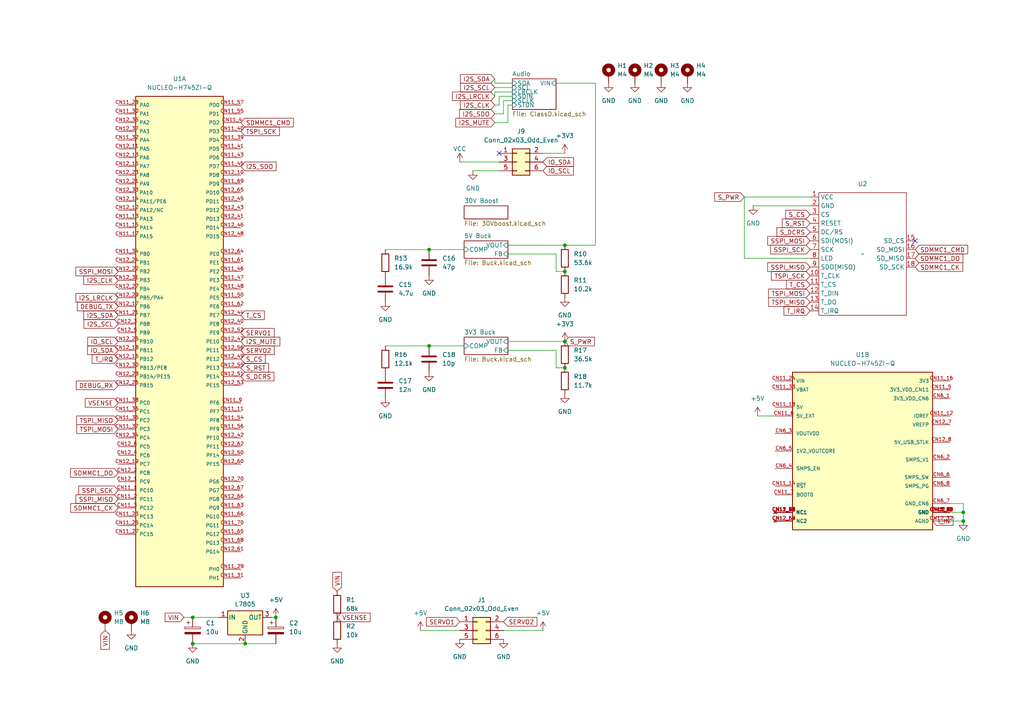
<source format=kicad_sch>
(kicad_sch (version 20230121) (generator eeschema)
  (paper "A4")
  (lib_symbols
    (symbol "Connector_Generic:Conn_02x03_Odd_Even" (pin_names (offset 1.016) hide)
      (property "Reference" "J" (at 1.27 5.08 0))
      (property "Value" "Conn_02x03_Odd_Even" (at 1.27 -5.08 0))
      (symbol "Conn_02x03_Odd_Even_1_1"
        (rectangle (start -1.27 -2.413) (end 0 -2.667) (stroke (width 0.1524)))
        (rectangle (start -1.27 0.127) (end 0 -0.127) (stroke (width 0.1524)))
        (rectangle (start -1.27 2.667) (end 0 2.413) (stroke (width 0.1524)))
        (rectangle (start -1.27 3.81) (end 3.81 -3.81) (stroke (width 0.254)) (fill (type background)))
        (rectangle (start 3.81 -2.413) (end 2.54 -2.667) (stroke (width 0.1524)))
        (rectangle (start 3.81 0.127) (end 2.54 -0.127) (stroke (width 0.1524)))
        (rectangle (start 3.81 2.667) (end 2.54 2.413) (stroke (width 0.1524)))
        (pin passive line (at -5.08 2.54 0) (length 3.81) (name "Pin_1") (number "1"))
        (pin passive line (at 7.62 2.54 180) (length 3.81) (name "Pin_2") (number "2"))
        (pin passive line (at -5.08 0 0) (length 3.81) (name "Pin_3") (number "3"))
        (pin passive line (at 7.62 0 180) (length 3.81) (name "Pin_4") (number "4"))
        (pin passive line (at -5.08 -2.54 0) (length 3.81) (name "Pin_5") (number "5"))
        (pin passive line (at 7.62 -2.54 180) (length 3.81) (name "Pin_6") (number "6"))
      )
    )
    (symbol "Device:C" (pin_numbers hide) (pin_names (offset 0.254))
      (property "Reference" "C" (at 0.635 2.54 0))
      (property "Value" "C" (at 0.635 -2.54 0))
      (symbol "C_0_1"
        (polyline (pts (xy -2.032 -0.762) (xy 2.032 -0.762)) (stroke (width 0.508)))
        (polyline (pts (xy -2.032 0.762) (xy 2.032 0.762)) (stroke (width 0.508)))
      )
      (symbol "C_1_1"
        (pin passive line (at 0 3.81 270) (length 2.794) (name "~") (number "1"))
        (pin passive line (at 0 -3.81 90) (length 2.794) (name "~") (number "2"))
      )
    )
    (symbol "Device:C_Polarized" (pin_numbers hide) (pin_names (offset 0.254))
      (property "Reference" "C" (at 0.635 2.54 0))
      (property "Value" "C_Polarized" (at 0.635 -2.54 0))
      (symbol "C_Polarized_0_1"
        (rectangle (start -2.286 0.508) (end 2.286 1.016))
        (polyline (pts (xy -1.778 2.286) (xy -0.762 2.286)))
        (polyline (pts (xy -1.27 2.794) (xy -1.27 1.778)))
        (rectangle (start 2.286 -0.508) (end -2.286 -1.016) (fill (type outline)))
      )
      (symbol "C_Polarized_1_1"
        (pin passive line (at 0 3.81 270) (length 2.794) (name "~") (number "1"))
        (pin passive line (at 0 -3.81 90) (length 2.794) (name "~") (number "2"))
      )
    )
    (symbol "Device:R" (pin_numbers hide) (pin_names (offset 0))
      (property "Reference" "R" (at 2.032 0 90))
      (property "Value" "R" (at 0 0 90))
      (symbol "R_0_1"
        (rectangle (start -1.016 -2.54) (end 1.016 2.54) (stroke (width 0.254)))
      )
      (symbol "R_1_1"
        (pin passive line (at 0 3.81 270) (length 1.27) (name "~") (number "1"))
        (pin passive line (at 0 -3.81 90) (length 1.27) (name "~") (number "2"))
      )
    )
    (symbol "Mechanical:MountingHole_Pad" (pin_numbers hide) (pin_names (offset 1.016) hide)
      (property "Reference" "H" (at 0 6.35 0))
      (property "Value" "MountingHole_Pad" (at 0 4.445 0))
      (symbol "MountingHole_Pad_0_1"
        (circle (center 0 1.27) (radius 1.27) (stroke (width 1.27)))
      )
      (symbol "MountingHole_Pad_1_1"
        (pin input line (at 0 -2.54 90) (length 2.54) (name "1") (number "1"))
      )
    )
    (symbol "NUCLEO-H745ZI-Q:NUCLEO-H745ZI-Q" (pin_names (offset 1.016))
      (property "Reference" "U" (at -12.7 71.882 0))
      (property "Value" "NUCLEO-H745ZI-Q" (at -12.7 -73.66 0))
      (symbol "NUCLEO-H745ZI-Q_1_0"
        (rectangle (start -12.7 -71.12) (end 12.7 71.12) (stroke (width 0.254)) (fill (type background)))
        (pin bidirectional line (at -17.78 -43.18 0) (length 5.08) (name "PC10") (number "CN11_1"))
        (pin bidirectional line (at 17.78 -20.32 180) (length 5.08) (name "PF7") (number "CN11_11"))
        (pin bidirectional line (at -17.78 35.56 0) (length 5.08) (name "PA13") (number "CN11_13"))
        (pin bidirectional line (at -17.78 33.02 0) (length 5.08) (name "PA14") (number "CN11_15"))
        (pin bidirectional line (at -17.78 30.48 0) (length 5.08) (name "PA15") (number "CN11_17"))
        (pin bidirectional line (at -17.78 -45.72 0) (length 5.08) (name "PC11") (number "CN11_2"))
        (pin bidirectional line (at -17.78 7.62 0) (length 5.08) (name "PB7") (number "CN11_21"))
        (pin bidirectional line (at -17.78 -50.8 0) (length 5.08) (name "PC13") (number "CN11_23"))
        (pin bidirectional line (at -17.78 -53.34 0) (length 5.08) (name "PC14") (number "CN11_25"))
        (pin bidirectional line (at -17.78 -55.88 0) (length 5.08) (name "PC15") (number "CN11_27"))
        (pin bidirectional line (at -17.78 68.58 0) (length 5.08) (name "PA0") (number "CN11_28"))
        (pin bidirectional line (at 17.78 -66.04 180) (length 5.08) (name "PH0") (number "CN11_29"))
        (pin bidirectional line (at -17.78 -48.26 0) (length 5.08) (name "PC12") (number "CN11_3"))
        (pin bidirectional line (at -17.78 66.04 0) (length 5.08) (name "PA1") (number "CN11_30"))
        (pin bidirectional line (at 17.78 -68.58 180) (length 5.08) (name "PH1") (number "CN11_31"))
        (pin bidirectional line (at -17.78 58.42 0) (length 5.08) (name "PA4") (number "CN11_32"))
        (pin bidirectional line (at -17.78 25.4 0) (length 5.08) (name "PB0") (number "CN11_34"))
        (pin bidirectional line (at -17.78 -22.86 0) (length 5.08) (name "PC2") (number "CN11_35"))
        (pin bidirectional line (at -17.78 -20.32 0) (length 5.08) (name "PC1") (number "CN11_36"))
        (pin bidirectional line (at -17.78 -25.4 0) (length 5.08) (name "PC3") (number "CN11_37"))
        (pin bidirectional line (at -17.78 -17.78 0) (length 5.08) (name "PC0") (number "CN11_38"))
        (pin bidirectional line (at 17.78 58.42 180) (length 5.08) (name "PD4") (number "CN11_39"))
        (pin bidirectional line (at 17.78 63.5 180) (length 5.08) (name "PD2") (number "CN11_4"))
        (pin bidirectional line (at 17.78 60.96 180) (length 5.08) (name "PD3") (number "CN11_40"))
        (pin bidirectional line (at 17.78 55.88 180) (length 5.08) (name "PD5") (number "CN11_41"))
        (pin bidirectional line (at 17.78 53.34 180) (length 5.08) (name "PD6") (number "CN11_43"))
        (pin bidirectional line (at 17.78 50.8 180) (length 5.08) (name "PD7") (number "CN11_45"))
        (pin bidirectional line (at 17.78 20.32 180) (length 5.08) (name "PE2") (number "CN11_46"))
        (pin bidirectional line (at 17.78 17.78 180) (length 5.08) (name "PE3") (number "CN11_47"))
        (pin bidirectional line (at 17.78 15.24 180) (length 5.08) (name "PE4") (number "CN11_48"))
        (pin bidirectional line (at 17.78 12.7 180) (length 5.08) (name "PE5") (number "CN11_50"))
        (pin bidirectional line (at 17.78 -22.86 180) (length 5.08) (name "PF8") (number "CN11_54"))
        (pin bidirectional line (at 17.78 66.04 180) (length 5.08) (name "PD1") (number "CN11_55"))
        (pin bidirectional line (at 17.78 -25.4 180) (length 5.08) (name "PF9") (number "CN11_56"))
        (pin bidirectional line (at 17.78 68.58 180) (length 5.08) (name "PD0") (number "CN11_57"))
        (pin bidirectional line (at 17.78 22.86 180) (length 5.08) (name "PE1") (number "CN11_61"))
        (pin bidirectional line (at 17.78 10.16 180) (length 5.08) (name "PE6") (number "CN11_62"))
        (pin bidirectional line (at 17.78 -48.26 180) (length 5.08) (name "PG9") (number "CN11_63"))
        (pin bidirectional line (at 17.78 -55.88 180) (length 5.08) (name "PG12") (number "CN11_65"))
        (pin bidirectional line (at 17.78 -50.8 180) (length 5.08) (name "PG10") (number "CN11_66"))
        (pin bidirectional line (at 17.78 -58.42 180) (length 5.08) (name "PG13") (number "CN11_68"))
        (pin bidirectional line (at 17.78 45.72 180) (length 5.08) (name "PD9") (number "CN11_69"))
        (pin bidirectional line (at 17.78 -53.34 180) (length 5.08) (name "PG11") (number "CN11_70"))
        (pin bidirectional line (at 17.78 -17.78 180) (length 5.08) (name "PF6") (number "CN11_9"))
        (pin bidirectional line (at -17.78 -40.64 0) (length 5.08) (name "PC9") (number "CN12_1"))
        (pin bidirectional line (at 17.78 48.26 180) (length 5.08) (name "PD8") (number "CN12_10"))
        (pin bidirectional line (at -17.78 55.88 0) (length 5.08) (name "PA5") (number "CN12_11"))
        (pin bidirectional line (at -17.78 38.1 0) (length 5.08) (name "PA12/NC") (number "CN12_12"))
        (pin bidirectional line (at -17.78 53.34 0) (length 5.08) (name "PA6") (number "CN12_13"))
        (pin bidirectional line (at -17.78 40.64 0) (length 5.08) (name "PA11/PE6") (number "CN12_14"))
        (pin bidirectional line (at -17.78 50.8 0) (length 5.08) (name "PA7") (number "CN12_15"))
        (pin bidirectional line (at -17.78 -5.08 0) (length 5.08) (name "PB12") (number "CN12_16"))
        (pin bidirectional line (at -17.78 10.16 0) (length 5.08) (name "PB6") (number "CN12_17"))
        (pin bidirectional line (at -17.78 -2.54 0) (length 5.08) (name "PB11") (number "CN12_18"))
        (pin bidirectional line (at -17.78 -35.56 0) (length 5.08) (name "PC7") (number "CN12_19"))
        (pin bidirectional line (at -17.78 -38.1 0) (length 5.08) (name "PC8") (number "CN12_2"))
        (pin bidirectional line (at -17.78 45.72 0) (length 5.08) (name "PA9") (number "CN12_21"))
        (pin bidirectional line (at -17.78 20.32 0) (length 5.08) (name "PB2") (number "CN12_22"))
        (pin bidirectional line (at -17.78 48.26 0) (length 5.08) (name "PA8") (number "CN12_23"))
        (pin bidirectional line (at -17.78 22.86 0) (length 5.08) (name "PB1") (number "CN12_24"))
        (pin bidirectional line (at -17.78 0 0) (length 5.08) (name "PB10") (number "CN12_25"))
        (pin bidirectional line (at -17.78 -12.7 0) (length 5.08) (name "PB15") (number "CN12_26"))
        (pin bidirectional line (at -17.78 15.24 0) (length 5.08) (name "PB4") (number "CN12_27"))
        (pin bidirectional line (at -17.78 -10.16 0) (length 5.08) (name "PB14/PE15") (number "CN12_28"))
        (pin bidirectional line (at -17.78 12.7 0) (length 5.08) (name "PB5/PA4") (number "CN12_29"))
        (pin bidirectional line (at -17.78 5.08 0) (length 5.08) (name "PB8") (number "CN12_3"))
        (pin bidirectional line (at -17.78 -7.62 0) (length 5.08) (name "PB13/PE8") (number "CN12_30"))
        (pin bidirectional line (at -17.78 17.78 0) (length 5.08) (name "PB3") (number "CN12_31"))
        (pin bidirectional line (at -17.78 43.18 0) (length 5.08) (name "PA10") (number "CN12_33"))
        (pin bidirectional line (at -17.78 -27.94 0) (length 5.08) (name "PC4") (number "CN12_34"))
        (pin bidirectional line (at -17.78 63.5 0) (length 5.08) (name "PA2") (number "CN12_35"))
        (pin bidirectional line (at -17.78 60.96 0) (length 5.08) (name "PA3") (number "CN12_37"))
        (pin bidirectional line (at -17.78 -33.02 0) (length 5.08) (name "PC6") (number "CN12_4"))
        (pin bidirectional line (at 17.78 5.08 180) (length 5.08) (name "PE8") (number "CN12_40"))
        (pin bidirectional line (at 17.78 35.56 180) (length 5.08) (name "PD13") (number "CN12_41"))
        (pin bidirectional line (at 17.78 -27.94 180) (length 5.08) (name "PF10") (number "CN12_42"))
        (pin bidirectional line (at 17.78 38.1 180) (length 5.08) (name "PD12") (number "CN12_43"))
        (pin bidirectional line (at 17.78 7.62 180) (length 5.08) (name "PE7") (number "CN12_44"))
        (pin bidirectional line (at 17.78 40.64 180) (length 5.08) (name "PD11") (number "CN12_45"))
        (pin bidirectional line (at 17.78 33.02 180) (length 5.08) (name "PD14") (number "CN12_46"))
        (pin bidirectional line (at 17.78 0 180) (length 5.08) (name "PE10") (number "CN12_47"))
        (pin bidirectional line (at 17.78 30.48 180) (length 5.08) (name "PD15") (number "CN12_48"))
        (pin bidirectional line (at 17.78 -5.08 180) (length 5.08) (name "PE12") (number "CN12_49"))
        (pin bidirectional line (at -17.78 2.54 0) (length 5.08) (name "PB9") (number "CN12_5"))
        (pin bidirectional line (at 17.78 -33.02 180) (length 5.08) (name "PF14") (number "CN12_50"))
        (pin bidirectional line (at 17.78 -10.16 180) (length 5.08) (name "PE14") (number "CN12_51"))
        (pin bidirectional line (at 17.78 2.54 180) (length 5.08) (name "PE9") (number "CN12_52"))
        (pin bidirectional line (at 17.78 -12.7 180) (length 5.08) (name "PE15") (number "CN12_53"))
        (pin bidirectional line (at 17.78 -7.62 180) (length 5.08) (name "PE13") (number "CN12_55"))
        (pin bidirectional line (at 17.78 -2.54 180) (length 5.08) (name "PE11") (number "CN12_56"))
        (pin bidirectional line (at -17.78 -30.48 0) (length 5.08) (name "PC5") (number "CN12_6"))
        (pin bidirectional line (at 17.78 -35.56 180) (length 5.08) (name "PF15") (number "CN12_60"))
        (pin bidirectional line (at 17.78 -60.96 180) (length 5.08) (name "PG14") (number "CN12_61"))
        (pin bidirectional line (at 17.78 -30.48 180) (length 5.08) (name "PF11") (number "CN12_62"))
        (pin bidirectional line (at 17.78 25.4 180) (length 5.08) (name "PE0") (number "CN12_64"))
        (pin bidirectional line (at 17.78 43.18 180) (length 5.08) (name "PD10") (number "CN12_65"))
        (pin bidirectional line (at 17.78 -45.72 180) (length 5.08) (name "PG8") (number "CN12_66"))
        (pin bidirectional line (at 17.78 -43.18 180) (length 5.08) (name "PG7") (number "CN12_67"))
        (pin bidirectional line (at 17.78 -40.64 180) (length 5.08) (name "PG6") (number "CN12_70"))
      )
      (symbol "NUCLEO-H745ZI-Q_2_0"
        (rectangle (start -20.32 -22.86) (end 20.32 22.86) (stroke (width 0.254)) (fill (type background)))
        (pin no_connect line (at -25.4 -17.78 0) (length 5.08) (name "NC1") (number "CN11_10"))
        (pin power_in line (at 25.4 10.16 180) (length 5.08) (name "IOREF") (number "CN11_12"))
        (pin input line (at -25.4 -10.16 0) (length 5.08) (name "~{RST}") (number "CN11_14"))
        (pin power_in line (at 25.4 20.32 180) (length 5.08) (name "3V3") (number "CN11_16"))
        (pin power_in line (at -25.4 12.7 0) (length 5.08) (name "5V") (number "CN11_18"))
        (pin power_in line (at 25.4 -17.78 180) (length 5.08) (name "GND") (number "CN11_19"))
        (pin power_in line (at 25.4 -17.78 180) (length 5.08) (name "GND") (number "CN11_20"))
        (pin power_in line (at 25.4 -17.78 180) (length 5.08) (name "GND") (number "CN11_22"))
        (pin power_in line (at -25.4 20.32 0) (length 5.08) (name "VIN") (number "CN11_24"))
        (pin no_connect line (at -25.4 -17.78 0) (length 5.08) (name "NC1") (number "CN11_26"))
        (pin power_in line (at -25.4 17.78 0) (length 5.08) (name "VBAT") (number "CN11_33"))
        (pin no_connect line (at -25.4 -17.78 0) (length 5.08) (name "NC1") (number "CN11_42"))
        (pin no_connect line (at -25.4 -17.78 0) (length 5.08) (name "NC1") (number "CN11_44"))
        (pin power_in line (at 25.4 -17.78 180) (length 5.08) (name "GND") (number "CN11_49"))
        (pin power_in line (at 25.4 17.78 180) (length 5.08) (name "3V3_VDD_CN11") (number "CN11_5"))
        (pin no_connect line (at -25.4 -17.78 0) (length 5.08) (name "NC1") (number "CN11_51"))
        (pin no_connect line (at -25.4 -17.78 0) (length 5.08) (name "NC1") (number "CN11_52"))
        (pin no_connect line (at -25.4 -17.78 0) (length 5.08) (name "NC1") (number "CN11_53"))
        (pin no_connect line (at -25.4 -17.78 0) (length 5.08) (name "NC1") (number "CN11_58"))
        (pin no_connect line (at -25.4 -17.78 0) (length 5.08) (name "NC1") (number "CN11_59"))
        (pin power_in line (at -25.4 10.16 0) (length 5.08) (name "5V_EXT") (number "CN11_6"))
        (pin power_in line (at 25.4 -17.78 180) (length 5.08) (name "GND") (number "CN11_60"))
        (pin no_connect line (at -25.4 -17.78 0) (length 5.08) (name "NC1") (number "CN11_64"))
        (pin no_connect line (at -25.4 -17.78 0) (length 5.08) (name "NC1") (number "CN11_67"))
        (pin input line (at -25.4 -12.7 0) (length 5.08) (name "BOOT0") (number "CN11_7"))
        (pin power_in line (at 25.4 -17.78 180) (length 5.08) (name "GND") (number "CN11_8"))
        (pin power_in line (at 25.4 -17.78 180) (length 5.08) (name "GND") (number "CN12_20"))
        (pin power_in line (at 25.4 -20.32 180) (length 5.08) (name "AGND") (number "CN12_32"))
        (pin no_connect line (at -25.4 -17.78 0) (length 5.08) (name "NC1") (number "CN12_36"))
        (pin no_connect line (at -25.4 -17.78 0) (length 5.08) (name "NC1") (number "CN12_38"))
        (pin power_in line (at 25.4 -17.78 180) (length 5.08) (name "GND") (number "CN12_39"))
        (pin power_in line (at 25.4 -17.78 180) (length 5.08) (name "GND") (number "CN12_54"))
        (pin no_connect line (at -25.4 -17.78 0) (length 5.08) (name "NC1") (number "CN12_57"))
        (pin no_connect line (at -25.4 -17.78 0) (length 5.08) (name "NC1") (number "CN12_58"))
        (pin no_connect line (at -25.4 -20.32 0) (length 5.08) (name "NC2") (number "CN12_59"))
        (pin power_in line (at 25.4 -17.78 180) (length 5.08) (name "GND") (number "CN12_63"))
        (pin no_connect line (at -25.4 -20.32 0) (length 5.08) (name "NC2") (number "CN12_68"))
        (pin no_connect line (at -25.4 -20.32 0) (length 5.08) (name "NC2") (number "CN12_69"))
        (pin power_in line (at 25.4 7.62 180) (length 5.08) (name "VREFP") (number "CN12_7"))
        (pin power_in line (at 25.4 2.54 180) (length 5.08) (name "5V_USB_STLK") (number "CN12_8"))
        (pin power_in line (at 25.4 -17.78 180) (length 5.08) (name "GND") (number "CN12_9"))
        (pin power_in line (at 25.4 15.24 180) (length 5.08) (name "3V3_VDD_CN6") (number "CN6_1"))
        (pin power_in line (at 25.4 -2.54 180) (length 5.08) (name "SMPS_V1") (number "CN6_2"))
        (pin power_in line (at -25.4 5.08 0) (length 5.08) (name "VOUTVDD") (number "CN6_3"))
        (pin input line (at -25.4 -5.08 0) (length 5.08) (name "SMPS_EN") (number "CN6_4"))
        (pin power_in line (at -25.4 0 0) (length 5.08) (name "1V2_VOUTCORE") (number "CN6_5"))
        (pin output line (at 25.4 -7.62 180) (length 5.08) (name "SMPS_SW") (number "CN6_6"))
        (pin power_in line (at 25.4 -15.24 180) (length 5.08) (name "GND_CN6") (number "CN6_7"))
        (pin output line (at 25.4 -10.16 180) (length 5.08) (name "SMPS_PG") (number "CN6_8"))
      )
    )
    (symbol "Personal:SPI_screen"
      (property "Reference" "U" (at 0 19.05 0))
      (symbol "SPI_screen_0_1"
        (rectangle (start -12.7 17.78) (end 12.7 -17.78))
      )
      (symbol "SPI_screen_1_1"
        (pin input line (at -15.24 16.51 0) (length 2.54) (name "VCC") (number "1"))
        (pin input line (at -15.24 -6.35 0) (length 2.54) (name "T_CLK") (number "10"))
        (pin input line (at -15.24 -8.89 0) (length 2.54) (name "T_CS") (number "11"))
        (pin input line (at -15.24 -11.43 0) (length 2.54) (name "T_DIN") (number "12"))
        (pin input line (at -15.24 -13.97 0) (length 2.54) (name "T_DO") (number "13"))
        (pin input line (at -15.24 -16.51 0) (length 2.54) (name "T_IRQ") (number "14"))
        (pin input line (at 15.24 3.81 180) (length 2.54) (name "SD_CS") (number "15"))
        (pin input line (at 15.24 1.27 180) (length 2.54) (name "SD_MOSI") (number "16"))
        (pin input line (at 15.24 -1.27 180) (length 2.54) (name "SD_MISO") (number "17"))
        (pin input line (at 15.24 -3.81 180) (length 2.54) (name "SD_SCK") (number "18"))
        (pin input line (at -15.24 13.97 0) (length 2.54) (name "GND") (number "2"))
        (pin input line (at -15.24 11.43 0) (length 2.54) (name "CS") (number "3"))
        (pin input line (at -15.24 8.89 0) (length 2.54) (name "RESET") (number "4"))
        (pin input line (at -15.24 6.35 0) (length 2.54) (name "DC/RS") (number "5"))
        (pin input line (at -15.24 3.81 0) (length 2.54) (name "SDI(MOSI)") (number "6"))
        (pin input line (at -15.24 1.27 0) (length 2.54) (name "SCK") (number "7"))
        (pin input line (at -15.24 -1.27 0) (length 2.54) (name "LED") (number "8"))
        (pin input line (at -15.24 -3.81 0) (length 2.54) (name "SDO(MISO)") (number "9"))
      )
    )
    (symbol "Regulator_Linear:L7805" (pin_names (offset 0.254))
      (property "Reference" "U" (at -3.81 3.175 0))
      (property "Value" "L7805" (at 0 3.175 0))
      (symbol "L7805_0_1"
        (rectangle (start -5.08 1.905) (end 5.08 -5.08) (stroke (width 0.254)) (fill (type background)))
      )
      (symbol "L7805_1_1"
        (pin power_in line (at -7.62 0 0) (length 2.54) (name "IN") (number "1"))
        (pin power_in line (at 0 -7.62 90) (length 2.54) (name "GND") (number "2"))
        (pin power_out line (at 7.62 0 180) (length 2.54) (name "OUT") (number "3"))
      )
    )
    (symbol "power:+3V3" (power) (pin_names (offset 0))
      (property "Value" "+3V3" (at 0 3.556 0))
      (symbol "+3V3_0_1"
        (polyline (pts (xy -0.762 1.27) (xy 0 2.54)))
        (polyline (pts (xy 0 0) (xy 0 2.54)))
        (polyline (pts (xy 0 2.54) (xy 0.762 1.27)))
      )
      (symbol "+3V3_1_1"
        (pin power_in line (at 0 0 90) (length 0) hide (name "+3V3") (number "1"))
      )
    )
    (symbol "power:+5V" (power) (pin_names (offset 0))
      (property "Value" "+5V" (at 0 3.556 0))
      (symbol "+5V_0_1"
        (polyline (pts (xy -0.762 1.27) (xy 0 2.54)))
        (polyline (pts (xy 0 0) (xy 0 2.54)))
        (polyline (pts (xy 0 2.54) (xy 0.762 1.27)))
      )
      (symbol "+5V_1_1"
        (pin power_in line (at 0 0 90) (length 0) hide (name "+5V") (number "1"))
      )
    )
    (symbol "power:GND" (power) (pin_names (offset 0))
      (property "Value" "GND" (at 0 -3.81 0))
      (symbol "GND_0_1"
        (polyline (pts (xy 0 0) (xy 0 -1.27) (xy 1.27 -1.27) (xy 0 -2.54) (xy -1.27 -1.27) (xy 0 -1.27)))
      )
      (symbol "GND_1_1"
        (pin power_in line (at 0 0 270) (length 0) hide (name "GND") (number "1"))
      )
    )
    (symbol "power:VCC" (power) (pin_names (offset 0))
      (property "Value" "VCC" (at 0 3.81 0))
      (symbol "VCC_0_1"
        (polyline (pts (xy -0.762 1.27) (xy 0 2.54)))
        (polyline (pts (xy 0 0) (xy 0 2.54)))
        (polyline (pts (xy 0 2.54) (xy 0.762 1.27)))
      )
      (symbol "VCC_1_1"
        (pin power_in line (at 0 0 90) (length 0) hide (name "VCC") (number "1"))
      )
    )
  )
  (junction (at 55.88 186.69))
  (junction (at 163.83 99.06))
  (junction (at 124.46 72.39))
  (junction (at 279.4 151.13))
  (junction (at 163.83 78.74))
  (junction (at 80.01 179.07))
  (junction (at 163.83 71.12))
  (junction (at 279.4 148.59))
  (junction (at 55.88 179.07))
  (junction (at 124.46 100.33))
  (junction (at 163.83 106.68))
  (junction (at 71.12 186.69))
  (no_connect (at 144.78 44.45))
  (no_connect (at 265.43 69.85))
  (wire (pts (xy 146.05 29.21) (xy 146.05 33.02)))
  (wire (pts (xy 215.9 57.15) (xy 215.9 74.93)))
  (wire (pts (xy 172.72 24.13) (xy 172.72 71.12)))
  (wire (pts (xy 111.76 100.33) (xy 124.46 100.33)))
  (wire (pts (xy 143.51 33.02) (xy 146.05 33.02)))
  (wire (pts (xy 53.34 179.07) (xy 55.88 179.07)))
  (wire (pts (xy 124.46 72.39) (xy 134.62 72.39)))
  (wire (pts (xy 279.4 146.05) (xy 279.4 148.59)))
  (wire (pts (xy 147.32 35.56) (xy 143.51 35.56)))
  (wire (pts (xy 215.9 57.15) (xy 234.95 57.15)))
  (wire (pts (xy 157.48 182.88) (xy 146.05 182.88)))
  (wire (pts (xy 144.78 30.48) (xy 143.51 30.48)))
  (wire (pts (xy 147.32 71.12) (xy 163.83 71.12)))
  (wire (pts (xy 143.51 24.13) (xy 148.59 24.13)))
  (wire (pts (xy 234.95 74.93) (xy 215.9 74.93)))
  (wire (pts (xy 161.29 73.66) (xy 147.32 73.66)))
  (wire (pts (xy 147.32 30.48) (xy 147.32 35.56)))
  (wire (pts (xy 279.4 151.13) (xy 279.4 148.59)))
  (wire (pts (xy 143.51 27.94) (xy 143.51 26.67)))
  (wire (pts (xy 161.29 24.13) (xy 172.72 24.13)))
  (wire (pts (xy 80.01 179.07) (xy 78.74 179.07)))
  (wire (pts (xy 133.35 46.99) (xy 144.78 46.99)))
  (wire (pts (xy 147.32 99.06) (xy 163.83 99.06)))
  (wire (pts (xy 137.16 49.53) (xy 144.78 49.53)))
  (wire (pts (xy 163.83 106.68) (xy 161.29 106.68)))
  (wire (pts (xy 55.88 186.69) (xy 71.12 186.69)))
  (wire (pts (xy 163.83 78.74) (xy 161.29 78.74)))
  (wire (pts (xy 143.51 22.86) (xy 143.51 24.13)))
  (wire (pts (xy 279.4 148.59) (xy 275.59 148.59)))
  (wire (pts (xy 163.83 44.45) (xy 157.48 44.45)))
  (wire (pts (xy 55.88 179.07) (xy 63.5 179.07)))
  (wire (pts (xy 161.29 101.6) (xy 147.32 101.6)))
  (wire (pts (xy 275.59 146.05) (xy 279.4 146.05)))
  (wire (pts (xy 172.72 71.12) (xy 163.83 71.12)))
  (wire (pts (xy 219.71 120.65) (xy 224.79 120.65)))
  (wire (pts (xy 148.59 29.21) (xy 146.05 29.21)))
  (wire (pts (xy 143.51 25.4) (xy 148.59 25.4)))
  (wire (pts (xy 124.46 100.33) (xy 134.62 100.33)))
  (wire (pts (xy 111.76 72.39) (xy 124.46 72.39)))
  (wire (pts (xy 148.59 30.48) (xy 147.32 30.48)))
  (wire (pts (xy 161.29 106.68) (xy 161.29 101.6)))
  (wire (pts (xy 161.29 78.74) (xy 161.29 73.66)))
  (wire (pts (xy 143.51 26.67) (xy 148.59 26.67)))
  (wire (pts (xy 144.78 27.94) (xy 144.78 30.48)))
  (wire (pts (xy 148.59 27.94) (xy 144.78 27.94)))
  (wire (pts (xy 121.92 182.88) (xy 133.35 182.88)))
  (wire (pts (xy 275.59 151.13) (xy 279.4 151.13)))
  (wire (pts (xy 218.44 59.69) (xy 234.95 59.69)))
  (wire (pts (xy 71.12 186.69) (xy 80.01 186.69)))
  (global_label "SDMMC1_CMD" (shape input) (at 69.85 35.56 0) (property "Intersheetrefs" "${INTERSHEET_REFS}" (effects hide)))
  (global_label "I2S_CLK" (shape input) (at 34.29 81.28 180) (property "Intersheetrefs" "${INTERSHEET_REFS}" (effects hide)))
  (global_label "SSPI_SCK" (shape input) (at 34.29 142.24 180) (property "Intersheetrefs" "${INTERSHEET_REFS}" (effects hide)))
  (global_label "TSPI_MISO" (shape input) (at 234.95 87.63 180) (property "Intersheetrefs" "${INTERSHEET_REFS}" (effects hide)))
  (global_label "I2S_SCL" (shape input) (at 34.29 93.98 180) (property "Intersheetrefs" "${INTERSHEET_REFS}" (effects hide)))
  (global_label "T_CS" (shape input) (at 69.85 91.44 0) (property "Intersheetrefs" "${INTERSHEET_REFS}" (effects hide)))
  (global_label "I2S_SDA" (shape input) (at 34.29 91.44 180) (property "Intersheetrefs" "${INTERSHEET_REFS}" (effects hide)))
  (global_label "VIN" (shape input) (at 30.48 182.88 270) (property "Intersheetrefs" "${INTERSHEET_REFS}" (effects hide)))
  (global_label "VSENSE" (shape input) (at 97.79 179.07 0) (property "Intersheetrefs" "${INTERSHEET_REFS}" (effects hide)))
  (global_label "I2S_SDO" (shape input) (at 69.85 48.26 0) (property "Intersheetrefs" "${INTERSHEET_REFS}" (effects hide)))
  (global_label "T_IRQ" (shape input) (at 234.95 90.17 180) (property "Intersheetrefs" "${INTERSHEET_REFS}" (effects hide)))
  (global_label "S_DCRS" (shape input) (at 234.95 67.31 180) (property "Intersheetrefs" "${INTERSHEET_REFS}" (effects hide)))
  (global_label "SDMMC1_DO" (shape input) (at 265.43 74.93 0) (property "Intersheetrefs" "${INTERSHEET_REFS}" (effects hide)))
  (global_label "SSPI_MISO" (shape input) (at 34.29 144.78 180) (property "Intersheetrefs" "${INTERSHEET_REFS}" (effects hide)))
  (global_label "SERVO1" (shape input) (at 133.35 180.34 180) (property "Intersheetrefs" "${INTERSHEET_REFS}" (effects hide)))
  (global_label "DEBUG_RX" (shape input) (at 34.29 111.76 180) (property "Intersheetrefs" "${INTERSHEET_REFS}" (effects hide)))
  (global_label "VIN" (shape input) (at 97.79 171.45 90) (property "Intersheetrefs" "${INTERSHEET_REFS}" (effects hide)))
  (global_label "IO_SCL" (shape input) (at 157.48 49.53 0) (property "Intersheetrefs" "${INTERSHEET_REFS}" (effects hide)))
  (global_label "I2S_MUTE" (shape input) (at 143.51 35.56 180) (property "Intersheetrefs" "${INTERSHEET_REFS}" (effects hide)))
  (global_label "SERVO1" (shape input) (at 69.85 96.52 0) (property "Intersheetrefs" "${INTERSHEET_REFS}" (effects hide)))
  (global_label "SSPI_SCK" (shape input) (at 234.95 72.39 180) (property "Intersheetrefs" "${INTERSHEET_REFS}" (effects hide)))
  (global_label "I2S_LRCLK" (shape input) (at 143.51 27.94 180) (property "Intersheetrefs" "${INTERSHEET_REFS}" (effects hide)))
  (global_label "IO_SDA" (shape input) (at 34.29 101.6 180) (property "Intersheetrefs" "${INTERSHEET_REFS}" (effects hide)))
  (global_label "I2S_SCL" (shape input) (at 143.51 25.4 180) (property "Intersheetrefs" "${INTERSHEET_REFS}" (effects hide)))
  (global_label "S_CS" (shape input) (at 234.95 62.23 180) (property "Intersheetrefs" "${INTERSHEET_REFS}" (effects hide)))
  (global_label "I2S_MUTE" (shape input) (at 69.85 99.06 0) (property "Intersheetrefs" "${INTERSHEET_REFS}" (effects hide)))
  (global_label "SSPI_MISO" (shape input) (at 234.95 77.47 180) (property "Intersheetrefs" "${INTERSHEET_REFS}" (effects hide)))
  (global_label "VIN" (shape input) (at 53.34 179.07 180) (property "Intersheetrefs" "${INTERSHEET_REFS}" (effects hide)))
  (global_label "S_PWR" (shape input) (at 163.83 99.06 0) (property "Intersheetrefs" "${INTERSHEET_REFS}" (effects hide)))
  (global_label "I2S_CLK" (shape input) (at 143.51 30.48 180) (property "Intersheetrefs" "${INTERSHEET_REFS}" (effects hide)))
  (global_label "DEBUG_TX" (shape input) (at 34.29 88.9 180) (property "Intersheetrefs" "${INTERSHEET_REFS}" (effects hide)))
  (global_label "SSPI_MOSI" (shape input) (at 234.95 69.85 180) (property "Intersheetrefs" "${INTERSHEET_REFS}" (effects hide)))
  (global_label "TSPI_MOSI" (shape input) (at 234.95 85.09 180) (property "Intersheetrefs" "${INTERSHEET_REFS}" (effects hide)))
  (global_label "T_IRQ" (shape input) (at 34.29 104.14 180) (property "Intersheetrefs" "${INTERSHEET_REFS}" (effects hide)))
  (global_label "T_CS" (shape input) (at 234.95 82.55 180) (property "Intersheetrefs" "${INTERSHEET_REFS}" (effects hide)))
  (global_label "S_DCRS" (shape input) (at 69.85 109.22 0) (property "Intersheetrefs" "${INTERSHEET_REFS}" (effects hide)))
  (global_label "SDMMC1_CK" (shape input) (at 265.43 77.47 0) (property "Intersheetrefs" "${INTERSHEET_REFS}" (effects hide)))
  (global_label "IO_SCL" (shape input) (at 34.29 99.06 180) (property "Intersheetrefs" "${INTERSHEET_REFS}" (effects hide)))
  (global_label "SERVO2" (shape input) (at 69.85 101.6 0) (property "Intersheetrefs" "${INTERSHEET_REFS}" (effects hide)))
  (global_label "IO_SDA" (shape input) (at 157.48 46.99 0) (property "Intersheetrefs" "${INTERSHEET_REFS}" (effects hide)))
  (global_label "I2S_LRCLK" (shape input) (at 34.29 86.36 180) (property "Intersheetrefs" "${INTERSHEET_REFS}" (effects hide)))
  (global_label "S_CS" (shape input) (at 69.85 104.14 0) (property "Intersheetrefs" "${INTERSHEET_REFS}" (effects hide)))
  (global_label "SDMMC1_DO" (shape input) (at 34.29 137.16 180) (property "Intersheetrefs" "${INTERSHEET_REFS}" (effects hide)))
  (global_label "VSENSE" (shape input) (at 34.29 116.84 180) (property "Intersheetrefs" "${INTERSHEET_REFS}" (effects hide)))
  (global_label "TSPI_SCK" (shape input) (at 234.95 80.01 180) (property "Intersheetrefs" "${INTERSHEET_REFS}" (effects hide)))
  (global_label "TSPI_MOSI" (shape input) (at 34.29 124.46 180) (property "Intersheetrefs" "${INTERSHEET_REFS}" (effects hide)))
  (global_label "I2S_SDO" (shape input) (at 143.51 33.02 180) (property "Intersheetrefs" "${INTERSHEET_REFS}" (effects hide)))
  (global_label "S_RST" (shape input) (at 234.95 64.77 180) (property "Intersheetrefs" "${INTERSHEET_REFS}" (effects hide)))
  (global_label "S_RST" (shape input) (at 69.85 106.68 0) (property "Intersheetrefs" "${INTERSHEET_REFS}" (effects hide)))
  (global_label "SDMMC1_CK" (shape input) (at 34.29 147.32 180) (property "Intersheetrefs" "${INTERSHEET_REFS}" (effects hide)))
  (global_label "S_PWR" (shape input) (at 215.9 57.15 180) (property "Intersheetrefs" "${INTERSHEET_REFS}" (effects hide)))
  (global_label "SERVO2" (shape input) (at 146.05 180.34 0) (property "Intersheetrefs" "${INTERSHEET_REFS}" (effects hide)))
  (global_label "SSPI_MOSI" (shape input) (at 34.29 78.74 180) (property "Intersheetrefs" "${INTERSHEET_REFS}" (effects hide)))
  (global_label "I2S_SDA" (shape input) (at 143.51 22.86 180) (property "Intersheetrefs" "${INTERSHEET_REFS}" (effects hide)))
  (global_label "TSPI_MISO" (shape input) (at 34.29 121.92 180) (property "Intersheetrefs" "${INTERSHEET_REFS}" (effects hide)))
  (global_label "SDMMC1_CMD" (shape input) (at 265.43 72.39 0) (property "Intersheetrefs" "${INTERSHEET_REFS}" (effects hide)))
  (global_label "I_IN" (shape input) (at 270.51 151.13 0) (property "Intersheetrefs" "${INTERSHEET_REFS}" (effects hide)))
  (global_label "TSPI_SCK" (shape input) (at 69.85 38.1 0) (property "Intersheetrefs" "${INTERSHEET_REFS}" (effects hide)))
  (symbol (lib_id "Device:R") (at 97.79 182.88 0) (unit 1)
    (property "Reference" "R2" (at 100.33 181.61 0) (effects (justify left)))
    (property "Value" "10k" (at 100.33 184.15 0) (effects (justify left)))
    (property "Footprint" "Resistor_SMD:R_0603_1608Metric" (effects hide))
  )
  (symbol (lib_id "power:GND") (at 184.15 24.13 0) (unit 1)
    (property "Reference" "#PWR012" (effects hide))
    (property "Value" "GND" (at 184.15 29.21 0))
  )
  (symbol (lib_id "power:GND") (at 111.76 115.57 0) (unit 1)
    (property "Reference" "#PWR042" (effects hide))
    (property "Value" "GND" (at 111.76 120.65 0))
  )
  (symbol (lib_id "power:GND") (at 163.83 114.3 0) (unit 1)
    (property "Reference" "#PWR045" (effects hide))
    (property "Value" "GND" (at 163.83 119.38 0))
  )
  (symbol (lib_id "Device:C_Polarized") (at 80.01 182.88 0) (unit 1)
    (property "Reference" "C2" (at 83.82 180.721 0) (effects (justify left)))
    (property "Value" "10u" (at 83.82 183.261 0) (effects (justify left)))
    (property "Footprint" "Capacitor_Tantalum_SMD:CP_EIA-3528-21_Kemet-B" (effects hide))
  )
  (symbol (lib_id "Personal:SPI_screen") (at 250.19 73.66 0) (unit 1)
    (property "Reference" "U2" (at 250.19 53.34 0))
    (property "Value" "~" (at 250.19 73.66 0))
    (property "Footprint" "Personal:4-inch SPI screen" (effects hide))
  )
  (symbol (lib_id "Device:R") (at 163.83 102.87 180) (unit 1)
    (property "Reference" "R17" (at 166.37 101.6 0) (effects (justify right)))
    (property "Value" "36.5k" (at 166.37 104.14 0) (effects (justify right)))
    (property "Footprint" "Resistor_SMD:R_0603_1608Metric" (effects hide))
  )
  (symbol (lib_id "NUCLEO-H745ZI-Q:NUCLEO-H745ZI-Q") (at 250.19 130.81 0) (unit 2)
    (property "Reference" "U1" (at 250.19 102.87 0))
    (property "Value" "NUCLEO-H745ZI-Q" (at 250.19 105.41 0))
    (property "Footprint" "NUCLEO-H745ZI-Q:MODULE_NUCLEO-H745ZI-Q" (effects hide))
    (property "MF" "STMicroelectronics" (effects hide))
    (property "MAXIMUM_PACKAGE_HEIGHT" "8.51mm" (effects hide))
    (property "Package" "None" (effects hide))
    (property "Price" "None" (effects hide))
    (property "Check_prices" "https://www.snapeda.com/parts/NUCLEO-H745ZI-Q/STMicroelectronics/view-part/?ref=eda" (effects hide))
    (property "STANDARD" "Manufacturer Recommendations" (effects hide))
    (property "PARTREV" "16" (effects hide))
    (property "SnapEDA_Link" "https://www.snapeda.com/parts/NUCLEO-H745ZI-Q/STMicroelectronics/view-part/?ref=snap" (effects hide))
    (property "MP" "NUCLEO-H745ZI-Q" (effects hide))
    (property "Purchase-URL" "https://www.snapeda.com/api/url_track_click_mouser/?unipart_id=4653155&manufacturer=STMicroelectronics&part_name=NUCLEO-H745ZI-Q&search_term=None" (effects hide))
    (property "Description" "\nSTM32H745 Nucleo-144 STM32H7 ARM® Cortex®-M4, Cortex®-M7 MCU 32-Bit Embedded Evaluation Board\n" (effects hide))
    (property "Availability" "In Stock" (effects hide))
    (property "MANUFACTURER" "STMicroelectronics" (effects hide))
  )
  (symbol (lib_id "Device:C_Polarized") (at 55.88 182.88 0) (unit 1)
    (property "Reference" "C1" (at 59.69 180.721 0) (effects (justify left)))
    (property "Value" "10u" (at 59.69 183.261 0) (effects (justify left)))
    (property "Footprint" "Capacitor_Tantalum_SMD:CP_EIA-3528-21_Kemet-B" (effects hide))
  )
  (symbol (lib_id "NUCLEO-H745ZI-Q:NUCLEO-H745ZI-Q") (at 52.07 99.06 0) (unit 1)
    (property "Reference" "U1" (at 52.07 22.86 0))
    (property "Value" "NUCLEO-H745ZI-Q" (at 52.07 25.4 0))
    (property "Footprint" "NUCLEO-H745ZI-Q:MODULE_NUCLEO-H745ZI-Q" (effects hide))
    (property "MF" "STMicroelectronics" (effects hide))
    (property "MAXIMUM_PACKAGE_HEIGHT" "8.51mm" (effects hide))
    (property "Package" "None" (effects hide))
    (property "Price" "None" (effects hide))
    (property "Check_prices" "https://www.snapeda.com/parts/NUCLEO-H745ZI-Q/STMicroelectronics/view-part/?ref=eda" (effects hide))
    (property "STANDARD" "Manufacturer Recommendations" (effects hide))
    (property "PARTREV" "16" (effects hide))
    (property "SnapEDA_Link" "https://www.snapeda.com/parts/NUCLEO-H745ZI-Q/STMicroelectronics/view-part/?ref=snap" (effects hide))
    (property "MP" "NUCLEO-H745ZI-Q" (effects hide))
    (property "Purchase-URL" "https://www.snapeda.com/api/url_track_click_mouser/?unipart_id=4653155&manufacturer=STMicroelectronics&part_name=NUCLEO-H745ZI-Q&search_term=None" (effects hide))
    (property "Description" "\nSTM32H745 Nucleo-144 STM32H7 ARM® Cortex®-M4, Cortex®-M7 MCU 32-Bit Embedded Evaluation Board\n" (effects hide))
    (property "Availability" "In Stock" (effects hide))
    (property "MANUFACTURER" "STMicroelectronics" (effects hide))
  )
  (symbol (lib_id "Device:R") (at 111.76 76.2 180) (unit 1)
    (property "Reference" "R13" (at 114.3 74.93 0) (effects (justify right)))
    (property "Value" "16.9k" (at 114.3 77.47 0) (effects (justify right)))
    (property "Footprint" "Resistor_SMD:R_0603_1608Metric" (effects hide))
  )
  (symbol (lib_id "power:GND") (at 163.83 86.36 0) (unit 1)
    (property "Reference" "#PWR040" (effects hide))
    (property "Value" "GND" (at 163.83 91.44 0))
  )
  (symbol (lib_id "power:GND") (at 111.76 87.63 0) (unit 1)
    (property "Reference" "#PWR038" (effects hide))
    (property "Value" "GND" (at 111.76 92.71 0))
  )
  (symbol (lib_id "Mechanical:MountingHole_Pad") (at 30.48 180.34 0) (unit 1)
    (property "Reference" "H5" (at 33.02 177.8 0) (effects (justify left)))
    (property "Value" "M8" (at 33.02 180.34 0) (effects (justify left)))
    (property "Footprint" "MountingHole:MountingHole_8.4mm_M8_Pad_Via" (effects hide))
  )
  (symbol (lib_id "power:GND") (at 124.46 107.95 0) (unit 1)
    (property "Reference" "#PWR043" (effects hide))
    (property "Value" "GND" (at 124.46 113.03 0))
  )
  (symbol (lib_id "power:VCC") (at 133.35 46.99 0) (unit 1)
    (property "Reference" "#PWR0123" (effects hide))
    (property "Value" "VCC" (at 133.35 43.18 0))
  )
  (symbol (lib_id "power:+5V") (at 121.92 182.88 0) (unit 1)
    (property "Reference" "#PWR01" (effects hide))
    (property "Value" "+5V" (at 121.92 177.8 0))
  )
  (symbol (lib_id "Device:C") (at 124.46 104.14 0) (unit 1)
    (property "Reference" "C18" (at 128.27 102.87 0) (effects (justify left)))
    (property "Value" "10p" (at 128.27 105.41 0) (effects (justify left)))
    (property "Footprint" "Capacitor_SMD:C_0603_1608Metric" (effects hide))
  )
  (symbol (lib_id "Device:R") (at 111.76 104.14 180) (unit 1)
    (property "Reference" "R16" (at 114.3 102.87 0) (effects (justify right)))
    (property "Value" "12.1k" (at 114.3 105.41 0) (effects (justify right)))
    (property "Footprint" "Resistor_SMD:R_0603_1608Metric" (effects hide))
  )
  (symbol (lib_id "power:GND") (at 191.77 24.13 0) (unit 1)
    (property "Reference" "#PWR013" (effects hide))
    (property "Value" "GND" (at 191.77 29.21 0))
  )
  (symbol (lib_id "power:+3V3") (at 163.83 99.06 0) (unit 1)
    (property "Reference" "#PWR044" (effects hide))
    (property "Value" "+3V3" (at 163.83 93.98 0))
  )
  (symbol (lib_id "power:GND") (at 199.39 24.13 0) (unit 1)
    (property "Reference" "#PWR014" (effects hide))
    (property "Value" "GND" (at 199.39 29.21 0))
  )
  (symbol (lib_id "power:GND") (at 133.35 185.42 0) (unit 1)
    (property "Reference" "#PWR02" (effects hide))
    (property "Value" "GND" (at 133.35 190.5 0))
  )
  (symbol (lib_id "power:GND") (at 124.46 80.01 0) (unit 1)
    (property "Reference" "#PWR039" (effects hide))
    (property "Value" "GND" (at 124.46 85.09 0))
  )
  (symbol (lib_id "power:GND") (at 38.1 182.88 0) (unit 1)
    (property "Reference" "#PWR018" (effects hide))
    (property "Value" "GND" (at 38.1 187.96 0))
  )
  (symbol (lib_id "Device:C") (at 111.76 83.82 0) (unit 1)
    (property "Reference" "C15" (at 115.57 82.55 0) (effects (justify left)))
    (property "Value" "4.7u" (at 115.57 85.09 0) (effects (justify left)))
    (property "Footprint" "Capacitor_SMD:C_0603_1608Metric" (effects hide))
  )
  (symbol (lib_id "power:GND") (at 97.79 186.69 0) (unit 1)
    (property "Reference" "#PWR015" (effects hide))
    (property "Value" "GND" (at 97.79 191.77 0))
  )
  (symbol (lib_id "power:+5V") (at 219.71 120.65 0) (unit 1)
    (property "Reference" "#PWR05" (effects hide))
    (property "Value" "+5V" (at 219.71 115.57 0))
  )
  (symbol (lib_id "Device:R") (at 163.83 82.55 180) (unit 1)
    (property "Reference" "R11" (at 166.37 81.28 0) (effects (justify right)))
    (property "Value" "10.2k" (at 166.37 83.82 0) (effects (justify right)))
    (property "Footprint" "Resistor_SMD:R_0603_1608Metric" (effects hide))
  )
  (symbol (lib_id "Connector_Generic:Conn_02x03_Odd_Even") (at 138.43 182.88 0) (unit 1)
    (property "Reference" "J1" (at 139.7 173.99 0))
    (property "Value" "Conn_02x03_Odd_Even" (at 139.7 176.53 0))
    (property "Footprint" "Connector_PinHeader_2.54mm:PinHeader_2x03_P2.54mm_Vertical" (effects hide))
  )
  (symbol (lib_id "power:+3V3") (at 163.83 44.45 0) (unit 1)
    (property "Reference" "#PWR09" (effects hide))
    (property "Value" "+3V3" (at 163.83 39.37 0))
  )
  (symbol (lib_id "Device:R") (at 163.83 110.49 180) (unit 1)
    (property "Reference" "R18" (at 166.37 109.22 0) (effects (justify right)))
    (property "Value" "11.7k" (at 166.37 111.76 0) (effects (justify right)))
    (property "Footprint" "Resistor_SMD:R_0603_1608Metric" (effects hide))
  )
  (symbol (lib_id "Connector_Generic:Conn_02x03_Odd_Even") (at 149.86 46.99 0) (unit 1)
    (property "Reference" "J9" (at 151.13 38.1 0))
    (property "Value" "Conn_02x03_Odd_Even" (at 151.13 40.64 0))
    (property "Footprint" "Connector_PinHeader_2.54mm:PinHeader_2x03_P2.54mm_Vertical" (effects hide))
  )
  (symbol (lib_id "Mechanical:MountingHole_Pad") (at 191.77 21.59 0) (unit 1)
    (property "Reference" "H3" (at 194.31 19.05 0) (effects (justify left)))
    (property "Value" "M4" (at 194.31 21.59 0) (effects (justify left)))
    (property "Footprint" "MountingHole:MountingHole_4.3mm_M4_DIN965_Pad_TopBottom" (effects hide))
  )
  (symbol (lib_id "power:GND") (at 218.44 59.69 0) (unit 1)
    (property "Reference" "#PWR010" (effects hide))
    (property "Value" "GND" (at 218.44 64.77 0))
  )
  (symbol (lib_id "power:+5V") (at 157.48 182.88 0) (unit 1)
    (property "Reference" "#PWR04" (effects hide))
    (property "Value" "+5V" (at 157.48 177.8 0))
  )
  (symbol (lib_id "Mechanical:MountingHole_Pad") (at 184.15 21.59 0) (unit 1)
    (property "Reference" "H2" (at 186.69 19.05 0) (effects (justify left)))
    (property "Value" "M4" (at 186.69 21.59 0) (effects (justify left)))
    (property "Footprint" "MountingHole:MountingHole_4.3mm_M4_DIN965_Pad_TopBottom" (effects hide))
  )
  (symbol (lib_id "Device:R") (at 163.83 74.93 180) (unit 1)
    (property "Reference" "R10" (at 166.37 73.66 0) (effects (justify right)))
    (property "Value" "53.6k" (at 166.37 76.2 0) (effects (justify right)))
    (property "Footprint" "Resistor_SMD:R_0603_1608Metric" (effects hide))
  )
  (symbol (lib_id "Device:C") (at 124.46 76.2 0) (unit 1)
    (property "Reference" "C16" (at 128.27 74.93 0) (effects (justify left)))
    (property "Value" "47p" (at 128.27 77.47 0) (effects (justify left)))
    (property "Footprint" "Capacitor_SMD:C_0603_1608Metric" (effects hide))
  )
  (symbol (lib_id "power:GND") (at 137.16 49.53 0) (unit 1)
    (property "Reference" "#PWR07" (effects hide))
    (property "Value" "GND" (at 137.16 54.61 0))
  )
  (symbol (lib_id "power:GND") (at 279.4 151.13 0) (unit 1)
    (property "Reference" "#PWR06" (effects hide))
    (property "Value" "GND" (at 279.4 156.21 0))
  )
  (symbol (lib_id "power:GND") (at 146.05 185.42 0) (unit 1)
    (property "Reference" "#PWR03" (effects hide))
    (property "Value" "GND" (at 146.05 190.5 0))
  )
  (symbol (lib_id "Device:R") (at 97.79 175.26 0) (unit 1)
    (property "Reference" "R1" (at 100.33 173.99 0) (effects (justify left)))
    (property "Value" "68k" (at 100.33 176.53 0) (effects (justify left)))
    (property "Footprint" "Resistor_SMD:R_0603_1608Metric" (effects hide))
  )
  (symbol (lib_id "power:GND") (at 176.53 24.13 0) (unit 1)
    (property "Reference" "#PWR011" (effects hide))
    (property "Value" "GND" (at 176.53 29.21 0))
  )
  (symbol (lib_id "power:GND") (at 55.88 186.69 0) (unit 1)
    (property "Reference" "#PWR016" (effects hide))
    (property "Value" "GND" (at 55.88 191.77 0))
  )
  (symbol (lib_id "Mechanical:MountingHole_Pad") (at 176.53 21.59 0) (unit 1)
    (property "Reference" "H1" (at 179.07 19.05 0) (effects (justify left)))
    (property "Value" "M4" (at 179.07 21.59 0) (effects (justify left)))
    (property "Footprint" "MountingHole:MountingHole_4.3mm_M4_DIN965_Pad_TopBottom" (effects hide))
  )
  (symbol (lib_id "Mechanical:MountingHole_Pad") (at 199.39 21.59 0) (unit 1)
    (property "Reference" "H4" (at 201.93 19.05 0) (effects (justify left)))
    (property "Value" "M4" (at 201.93 21.59 0) (effects (justify left)))
    (property "Footprint" "MountingHole:MountingHole_4.3mm_M4_DIN965_Pad_TopBottom" (effects hide))
  )
  (symbol (lib_id "power:+5V") (at 80.01 179.07 0) (unit 1)
    (property "Reference" "#PWR017" (effects hide))
    (property "Value" "+5V" (at 80.01 173.99 0))
  )
  (symbol (lib_id "Mechanical:MountingHole_Pad") (at 38.1 180.34 0) (unit 1)
    (property "Reference" "H6" (at 40.64 177.8 0) (effects (justify left)))
    (property "Value" "M8" (at 40.64 180.34 0) (effects (justify left)))
    (property "Footprint" "MountingHole:MountingHole_8.4mm_M8_Pad_Via" (effects hide))
  )
  (symbol (lib_id "Device:C") (at 111.76 111.76 0) (unit 1)
    (property "Reference" "C17" (at 115.57 110.49 0) (effects (justify left)))
    (property "Value" "12n" (at 115.57 113.03 0) (effects (justify left)))
    (property "Footprint" "Capacitor_SMD:C_0603_1608Metric" (effects hide))
  )
  (symbol (lib_id "Regulator_Linear:L7805") (at 71.12 179.07 0) (unit 1)
    (property "Reference" "U3" (at 71.12 172.72 0))
    (property "Value" "L7805" (at 71.12 175.26 0))
    (property "Footprint" "Package_TO_SOT_SMD:TO-252-2" (effects hide))
    (property "Datasheet" "http://www.st.com/content/ccc/resource/technical/document/datasheet/41/4f/b3/b0/12/d4/47/88/CD00000444.pdf/files/CD00000444.pdf/jcr:content/translations/en.CD00000444.pdf" (effects hide))
  )
  (sheet (at 148.59 22.86) (size 12.7 8.89) (stroke (width 0.1524))
    (property "Sheetname" "Audio" (at 148.59 22.1484 0) (effects (justify left bottom)))
    (property "Sheetfile" "ClassD.kicad_sch" (at 148.59 32.3346 0) (effects (justify left top)))
    (pin "SCL" input (at 148.59 25.4 180))
    (pin "LRCLK" input (at 148.59 26.67 180))
    (pin "STDN" input (at 148.59 30.48 180))
    (pin "SDA" input (at 148.59 24.13 180))
    (pin "SDIN" input (at 148.59 27.94 180))
    (pin "SCLK" input (at 148.59 29.21 180))
    (pin "VIN" input (at 161.29 24.13 0))
  )
  (sheet (at 134.62 97.79) (size 12.7 5.08) (stroke (width 0.1524))
    (property "Sheetname" "3V3 Buck" (at 134.62 97.0784 0) (effects (justify left bottom)))
    (property "Sheetfile" "Buck.kicad_sch" (at 134.62 103.4546 0) (effects (justify left top)))
    (pin "COMP" input (at 134.62 100.33 180))
    (pin "FB" input (at 147.32 101.6 0))
    (pin "VOUT" input (at 147.32 99.06 0))
  )
  (sheet (at 134.62 59.69) (size 12.7 3.81) (stroke (width 0.1524))
    (property "Sheetname" "30V Boost" (at 134.62 58.9784 0) (effects (justify left bottom)))
    (property "Sheetfile" "30Vboost.kicad_sch" (at 134.62 64.0846 0) (effects (justify left top)))
  )
  (sheet (at 134.62 69.85) (size 12.7 5.08) (stroke (width 0.1524))
    (property "Sheetname" "5V Buck" (at 134.62 69.1384 0) (effects (justify left bottom)))
    (property "Sheetfile" "Buck.kicad_sch" (at 134.62 75.5146 0) (effects (justify left top)))
    (pin "COMP" input (at 134.62 72.39 180))
    (pin "FB" input (at 147.32 73.66 0))
    (pin "VOUT" input (at 147.32 71.12 0))
  )
)
</source>
